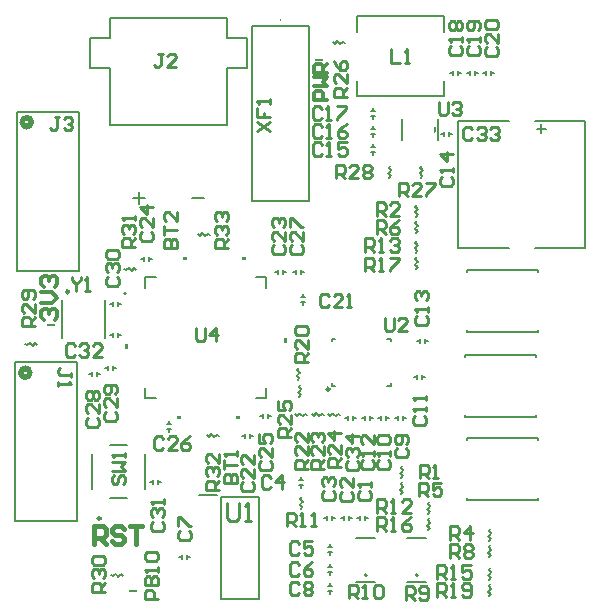
<source format=gto>
G04*
G04 #@! TF.GenerationSoftware,Altium Limited,Altium Designer,25.5.2 (35)*
G04*
G04 Layer_Color=65535*
%FSLAX25Y25*%
%MOIN*%
G70*
G04*
G04 #@! TF.SameCoordinates,081B27B9-CED8-412B-AE00-E460060AFC18*
G04*
G04*
G04 #@! TF.FilePolarity,Positive*
G04*
G01*
G75*
%ADD10C,0.00787*%
%ADD11C,0.00600*%
%ADD12C,0.00394*%
%ADD13C,0.00984*%
%ADD14C,0.02000*%
%ADD15C,0.00630*%
%ADD16C,0.00500*%
%ADD17C,0.00591*%
%ADD18C,0.00900*%
%ADD19C,0.01500*%
%ADD20C,0.01000*%
%ADD21C,0.01100*%
%ADD22C,0.01200*%
%ADD23R,0.03150X0.00591*%
G36*
X159529Y163685D02*
X158029D01*
Y162685D01*
X159529D01*
Y163685D01*
D02*
G37*
G36*
X141650Y187470D02*
X140650D01*
Y185970D01*
X141650D01*
Y187470D01*
D02*
G37*
G36*
X161498Y215661D02*
X159998D01*
Y216661D01*
X161498D01*
Y215661D01*
D02*
G37*
G36*
X179215Y163685D02*
X177715D01*
Y162685D01*
X179215D01*
Y163685D01*
D02*
G37*
G36*
X193626Y189439D02*
X194626D01*
Y187939D01*
X193626D01*
Y189439D01*
D02*
G37*
G36*
X181183Y215661D02*
X179683D01*
Y216661D01*
X181183D01*
Y215661D01*
D02*
G37*
D10*
X238394Y110500D02*
G03*
X238394Y110500I-394J0D01*
G01*
X221394D02*
G03*
X221394Y110500I-394J0D01*
G01*
X183051Y293598D02*
X201949D01*
X183051Y235331D02*
Y293598D01*
Y235331D02*
X201949D01*
Y293598D01*
X217933Y291669D02*
Y296886D01*
Y270114D02*
Y275331D01*
Y270114D02*
X247067D01*
Y291669D02*
Y296886D01*
Y270114D02*
Y275331D01*
X217933Y296886D02*
X247067D01*
X135646Y136142D02*
X141354D01*
X147358Y139193D02*
Y150807D01*
X135646Y153858D02*
X141354D01*
X129642Y139193D02*
Y150807D01*
X119815Y189701D02*
Y202299D01*
X134185Y189701D02*
Y202299D01*
X165417Y137157D02*
X171323D01*
X172701Y102472D02*
Y136528D01*
Y102472D02*
X185299D01*
Y136528D01*
X172701D02*
X185299D01*
D11*
X140966Y204437D02*
G03*
X140966Y204437I-300J0D01*
G01*
X244035Y259714D02*
G03*
X244035Y258286I965J-714D01*
G01*
X147438Y169473D02*
X150967D01*
X187838D02*
Y173002D01*
X184309Y209873D02*
X187838D01*
X147438Y206344D02*
Y209873D01*
Y169473D02*
Y173002D01*
X184309Y169473D02*
X187838D01*
Y206344D02*
Y209873D01*
X147438D02*
X150967D01*
X278000Y259300D02*
X281000D01*
X279500Y257800D02*
Y260800D01*
X251850Y219700D02*
Y262000D01*
Y219700D02*
X268740D01*
X294150D02*
Y262000D01*
X277260D02*
X294150D01*
X251850D02*
X268740D01*
X277260Y219700D02*
X294150D01*
X278400Y211710D02*
Y212350D01*
X254600Y191650D02*
Y192290D01*
Y211710D02*
Y212350D01*
X278400D01*
Y191650D02*
Y192290D01*
X254600Y191650D02*
X278400D01*
X104150Y128500D02*
Y181500D01*
Y128500D02*
X124850D01*
Y181500D01*
X104150D02*
X124850D01*
X245000Y255550D02*
Y262450D01*
X233000Y255550D02*
Y262450D01*
X277900Y183210D02*
Y183850D01*
X254100Y163150D02*
Y163790D01*
Y183210D02*
Y183850D01*
X277900D01*
Y163150D02*
Y163790D01*
X254100Y163150D02*
X277900D01*
X104650Y212000D02*
Y265000D01*
Y212000D02*
X125350D01*
Y265000D01*
X104650D02*
X125350D01*
X278400Y155710D02*
Y156350D01*
X254600Y135650D02*
Y136290D01*
Y155710D02*
Y156350D01*
X278400D01*
Y135650D02*
Y136290D01*
X254600Y135650D02*
X278400D01*
D12*
X192500Y295764D02*
G03*
X192500Y295370I0J-197D01*
G01*
D02*
G03*
X192500Y295764I0J197D01*
G01*
D13*
X132693Y129449D02*
G03*
X132693Y129449I-492J0D01*
G01*
X208992Y172500D02*
G03*
X208992Y172500I-492J0D01*
G01*
X121992Y205000D02*
G03*
X121992Y205000I-492J0D01*
G01*
D14*
X109000Y178000D02*
G03*
X109000Y178000I-1500J0D01*
G01*
X109500Y261500D02*
G03*
X109500Y261500I-1500J0D01*
G01*
D15*
X215213Y162409D02*
Y163000D01*
X216787Y162409D02*
Y163000D01*
Y163591D01*
X215213Y163000D02*
Y163591D01*
X216787Y163000D02*
X217800D01*
X214200D02*
X215213D01*
X246200Y257500D02*
X247213D01*
X248787D02*
X249800D01*
X247213D02*
Y258090D01*
X248787Y257500D02*
Y258090D01*
Y256909D02*
Y257500D01*
X247213Y256909D02*
Y257500D01*
X230700Y163000D02*
X231713D01*
X233287D02*
X234300D01*
X231713D02*
Y163591D01*
X233287Y163000D02*
Y163591D01*
Y162409D02*
Y163000D01*
X231713Y162409D02*
Y163000D01*
X232600Y140900D02*
X233150Y141450D01*
X232600Y140900D02*
X233500Y140000D01*
X233000Y139500D02*
X233500Y140000D01*
X232850Y137550D02*
X233400Y138100D01*
X232500Y139000D02*
X233400Y138100D01*
X232500Y139000D02*
X233000Y139500D01*
X237494Y233400D02*
X238044Y233950D01*
X237494Y233400D02*
X238394Y232500D01*
X237894Y232000D02*
X238394Y232500D01*
X237744Y230050D02*
X238294Y230600D01*
X237394Y231500D02*
X238294Y230600D01*
X237394Y231500D02*
X237894Y232000D01*
X237744Y224550D02*
X238294Y225100D01*
X237394Y226000D02*
X238294Y225100D01*
X237394Y226000D02*
X237894Y226500D01*
X237494Y227900D02*
X238044Y228450D01*
X237494Y227900D02*
X238394Y227000D01*
X237894Y226500D02*
X238394Y227000D01*
X237387Y221400D02*
X237937Y221950D01*
X237387Y221400D02*
X238287Y220500D01*
X237787Y220000D02*
X238287Y220500D01*
X237637Y218050D02*
X238187Y218600D01*
X237287Y219500D02*
X238187Y218600D01*
X237287Y219500D02*
X237787Y220000D01*
X237744Y212550D02*
X238294Y213100D01*
X237394Y214000D02*
X238294Y213100D01*
X237394Y214000D02*
X237894Y214500D01*
X237494Y215900D02*
X238044Y216450D01*
X237494Y215900D02*
X238394Y215000D01*
X237894Y214500D02*
X238394Y215000D01*
X262244Y103550D02*
X262794Y104100D01*
X261894Y105000D02*
X262794Y104100D01*
X261894Y105000D02*
X262394Y105500D01*
X261994Y106900D02*
X262544Y107450D01*
X261994Y106900D02*
X262894Y106000D01*
X262394Y105500D02*
X262894Y106000D01*
X261994Y112400D02*
X262544Y112950D01*
X261994Y112400D02*
X262894Y111500D01*
X262394Y111000D02*
X262894Y111500D01*
X262244Y109050D02*
X262794Y109600D01*
X261894Y110500D02*
X262794Y109600D01*
X261894Y110500D02*
X262394Y111000D01*
X262244Y116550D02*
X262794Y117100D01*
X261894Y118000D02*
X262794Y117100D01*
X261894Y118000D02*
X262394Y118500D01*
X261994Y119900D02*
X262544Y120450D01*
X261994Y119900D02*
X262894Y119000D01*
X262394Y118500D02*
X262894Y119000D01*
X261994Y125400D02*
X262544Y125950D01*
X261994Y125400D02*
X262894Y124500D01*
X262394Y124000D02*
X262894Y124500D01*
X262244Y122050D02*
X262794Y122600D01*
X261894Y123500D02*
X262794Y122600D01*
X261894Y123500D02*
X262394Y124000D01*
X200900Y164400D02*
X201450Y163850D01*
X200000Y163500D02*
X200900Y164400D01*
X199500Y164000D02*
X200000Y163500D01*
X197550Y164150D02*
X198100Y163600D01*
X199000Y164500D01*
X199500Y164000D01*
X203050Y164150D02*
X203600Y163600D01*
X204500Y164500D01*
X205000Y164000D01*
X206400Y164400D02*
X206950Y163850D01*
X205500Y163500D02*
X206400Y164400D01*
X205000Y164000D02*
X205500Y163500D01*
X211900Y164400D02*
X212450Y163850D01*
X211000Y163500D02*
X211900Y164400D01*
X210500Y164000D02*
X211000Y163500D01*
X208550Y164150D02*
X209100Y163600D01*
X210000Y164500D01*
X210500Y164000D01*
X222287Y163000D02*
Y163591D01*
X220713Y163000D02*
Y163591D01*
Y162409D02*
Y163000D01*
X222287Y162409D02*
Y163000D01*
X219700D02*
X220713D01*
X222287D02*
X223300D01*
X227787D02*
Y163591D01*
X226213Y163000D02*
Y163591D01*
Y162409D02*
Y163000D01*
X227787Y162409D02*
Y163000D01*
X225200D02*
X226213D01*
X227787D02*
X228800D01*
X198909Y142287D02*
X199500D01*
X198909Y140713D02*
X199500D01*
X200091D01*
X199500Y142287D02*
X200091D01*
X199500Y139700D02*
Y140713D01*
Y142287D02*
Y143300D01*
X199100Y135900D02*
X199650Y136450D01*
X199100Y135900D02*
X200000Y135000D01*
X199500Y134500D02*
X200000Y135000D01*
X199350Y132550D02*
X199900Y133100D01*
X199000Y134000D02*
X199900Y133100D01*
X199000Y134000D02*
X199500Y134500D01*
X241850Y125550D02*
X242400Y126100D01*
X241500Y127000D02*
X242400Y126100D01*
X241500Y127000D02*
X242000Y127500D01*
X241600Y128900D02*
X242150Y129450D01*
X241600Y128900D02*
X242500Y128000D01*
X242000Y127500D02*
X242500Y128000D01*
X208410Y113287D02*
X209000D01*
X208410Y111713D02*
X209000D01*
X209591D01*
X209000Y113287D02*
X209591D01*
X209000Y110700D02*
Y111713D01*
Y113287D02*
Y114300D01*
X208410Y119787D02*
X209000D01*
X208410Y118213D02*
X209000D01*
X209591D01*
X209000Y119787D02*
X209591D01*
X209000Y117200D02*
Y118213D01*
Y119787D02*
Y120800D01*
X219213Y128909D02*
Y129500D01*
X220787Y128909D02*
Y129500D01*
Y130091D01*
X219213Y129500D02*
Y130091D01*
X220787Y129500D02*
X221800D01*
X218200D02*
X219213D01*
X213713Y128909D02*
Y129500D01*
X215287Y128909D02*
Y129500D01*
Y130091D01*
X213713Y129500D02*
Y130091D01*
X215287Y129500D02*
X216300D01*
X212700D02*
X213713D01*
X208213Y128909D02*
Y129500D01*
X209787Y128909D02*
Y129500D01*
Y130091D01*
X208213Y129500D02*
Y130091D01*
X209787Y129500D02*
X210800D01*
X207200D02*
X208213D01*
X159713Y116016D02*
Y116606D01*
X161287Y116016D02*
Y116606D01*
Y117197D01*
X159713Y116606D02*
Y117197D01*
X161287Y116606D02*
X162300D01*
X158700D02*
X159713D01*
X241600Y134400D02*
X242150Y134950D01*
X241600Y134400D02*
X242500Y133500D01*
X242000Y133000D02*
X242500Y133500D01*
X241850Y131050D02*
X242400Y131600D01*
X241500Y132500D02*
X242400Y131600D01*
X241500Y132500D02*
X242000Y133000D01*
X232850Y143050D02*
X233400Y143600D01*
X232500Y144500D02*
X233400Y143600D01*
X232500Y144500D02*
X233000Y145000D01*
X232600Y146400D02*
X233150Y146950D01*
X232600Y146400D02*
X233500Y145500D01*
X233000Y145000D02*
X233500Y145500D01*
X208410Y106787D02*
X209000D01*
X208410Y105213D02*
X209000D01*
X209591D01*
X209000Y106787D02*
X209591D01*
X209000Y104200D02*
Y105213D01*
Y106787D02*
Y107800D01*
X165050Y224150D02*
X165600Y223600D01*
X166500Y224500D01*
X167000Y224000D01*
X168400Y224400D02*
X168950Y223850D01*
X167500Y223500D02*
X168400Y224400D01*
X167000Y224000D02*
X167500Y223500D01*
X171400Y157400D02*
X171950Y156850D01*
X170500Y156500D02*
X171400Y157400D01*
X170000Y157000D02*
X170500Y156500D01*
X168050Y157150D02*
X168600Y156600D01*
X169500Y157500D01*
X170000Y157000D01*
X150213Y140909D02*
Y141500D01*
X151787Y140909D02*
Y141500D01*
Y142091D01*
X150213Y141500D02*
Y142091D01*
X151787Y141500D02*
X152800D01*
X149200D02*
X150213D01*
X143900Y212900D02*
X144450Y212350D01*
X143000Y212000D02*
X143900Y212900D01*
X142500Y212500D02*
X143000Y212000D01*
X140550Y212650D02*
X141100Y212100D01*
X142000Y213000D01*
X142500Y212500D01*
X136050Y110650D02*
X136600Y110100D01*
X137500Y111000D01*
X138000Y110500D01*
X139400Y110900D02*
X139950Y110350D01*
X138500Y110000D02*
X139400Y110900D01*
X138000Y110500D02*
X138500Y110000D01*
X110900Y187900D02*
X111450Y187350D01*
X110000Y187000D02*
X110900Y187900D01*
X109500Y187500D02*
X110000Y187000D01*
X107550Y187650D02*
X108100Y187100D01*
X109000Y188000D01*
X109500Y187500D01*
X198850Y170050D02*
X199400Y170600D01*
X198500Y171500D02*
X199400Y170600D01*
X198500Y171500D02*
X199000Y172000D01*
X198600Y173400D02*
X199150Y173950D01*
X198600Y173400D02*
X199500Y172500D01*
X199000Y172000D02*
X199500Y172500D01*
X198350Y175550D02*
X198900Y176100D01*
X198000Y177000D02*
X198900Y176100D01*
X198000Y177000D02*
X198500Y177500D01*
X198100Y178900D02*
X198650Y179450D01*
X198100Y178900D02*
X199000Y178000D01*
X198500Y177500D02*
X199000Y178000D01*
X239213Y187909D02*
Y188500D01*
X240787Y187909D02*
Y188500D01*
Y189091D01*
X239213Y188500D02*
Y189091D01*
X240787Y188500D02*
X241800D01*
X238200D02*
X239213D01*
X238213Y175909D02*
Y176500D01*
X239787Y175909D02*
Y176500D01*
Y177091D01*
X238213Y176500D02*
Y177091D01*
X239787Y176500D02*
X240800D01*
X237200D02*
X238213D01*
X131287Y177500D02*
Y178091D01*
X129713Y177500D02*
Y178091D01*
Y176909D02*
Y177500D01*
X131287Y176909D02*
Y177500D01*
X128700D02*
X129713D01*
X131287D02*
X132300D01*
X136787Y179500D02*
Y180091D01*
X135213Y179500D02*
Y180091D01*
Y178909D02*
Y179500D01*
X136787Y178909D02*
Y179500D01*
X134200D02*
X135213D01*
X136787D02*
X137800D01*
X154909Y160787D02*
X155500D01*
X154909Y159213D02*
X155500D01*
X156091D01*
X155500Y160787D02*
X156091D01*
X155500Y158200D02*
Y159213D01*
Y160787D02*
Y161800D01*
X148787Y216000D02*
Y216590D01*
X147213Y216000D02*
Y216590D01*
Y215409D02*
Y216000D01*
X148787Y215409D02*
Y216000D01*
X146200D02*
X147213D01*
X148787D02*
X149800D01*
X138287Y190500D02*
Y191091D01*
X136713Y190500D02*
Y191091D01*
Y189909D02*
Y190500D01*
X138287Y189909D02*
Y190500D01*
X135700D02*
X136713D01*
X138287D02*
X139300D01*
X136713Y200409D02*
Y201000D01*
X138287Y200409D02*
Y201000D01*
Y201591D01*
X136713Y201000D02*
Y201591D01*
X138287Y201000D02*
X139300D01*
X135700D02*
X136713D01*
X200000Y201713D02*
X200591D01*
X200000Y203287D02*
X200591D01*
X199409D02*
X200000D01*
X199409Y201713D02*
X200000D01*
Y203287D02*
Y204300D01*
Y200700D02*
Y201713D01*
X199287Y211500D02*
Y212090D01*
X197713Y211500D02*
Y212090D01*
Y210910D02*
Y211500D01*
X199287Y210910D02*
Y211500D01*
X196700D02*
X197713D01*
X199287D02*
X200300D01*
X186713Y162909D02*
Y163500D01*
X188287Y162909D02*
Y163500D01*
Y164091D01*
X186713Y163500D02*
Y164091D01*
X188287Y163500D02*
X189300D01*
X185700D02*
X186713D01*
X180713Y156409D02*
Y157000D01*
X182287Y156409D02*
Y157000D01*
Y157591D01*
X180713Y157000D02*
Y157591D01*
X182287Y157000D02*
X183300D01*
X179700D02*
X180713D01*
X193287Y211500D02*
Y212090D01*
X191713Y211500D02*
Y212090D01*
Y210910D02*
Y211500D01*
X193287Y210910D02*
Y211500D01*
X190700D02*
X191713D01*
X193287D02*
X194300D01*
X261213Y277410D02*
Y278000D01*
X262787Y277410D02*
Y278000D01*
Y278590D01*
X261213Y278000D02*
Y278590D01*
X262787Y278000D02*
X263800D01*
X260200D02*
X261213D01*
X255713Y277410D02*
Y278000D01*
X257287Y277410D02*
Y278000D01*
Y278590D01*
X255713Y278000D02*
Y278590D01*
X257287Y278000D02*
X258300D01*
X254700D02*
X255713D01*
X250213Y277410D02*
Y278000D01*
X251787Y277410D02*
Y278000D01*
Y278590D01*
X250213Y278000D02*
Y278590D01*
X251787Y278000D02*
X252800D01*
X249200D02*
X250213D01*
X239350Y243050D02*
X239900Y243600D01*
X239000Y244500D02*
X239900Y243600D01*
X239000Y244500D02*
X239500Y245000D01*
X239100Y246400D02*
X239650Y246950D01*
X239100Y246400D02*
X240000Y245500D01*
X239500Y245000D02*
X240000Y245500D01*
X228850Y243050D02*
X229400Y243600D01*
X228500Y244500D02*
X229400Y243600D01*
X228500Y244500D02*
X229000Y245000D01*
X228600Y246400D02*
X229150Y246950D01*
X228600Y246400D02*
X229500Y245500D01*
X229000Y245000D02*
X229500Y245500D01*
X222909Y265287D02*
X223500D01*
X222909Y263713D02*
X223500D01*
X224091D01*
X223500Y265287D02*
X224091D01*
X223500Y262700D02*
Y263713D01*
Y265287D02*
Y266300D01*
X222909Y259287D02*
X223500D01*
X222909Y257713D02*
X223500D01*
X224091D01*
X223500Y259287D02*
X224091D01*
X223500Y256700D02*
Y257713D01*
Y259287D02*
Y260300D01*
X222909Y253287D02*
X223500D01*
X222909Y251713D02*
X223500D01*
X224091D01*
X223500Y253287D02*
X224091D01*
X223500Y250700D02*
Y251713D01*
Y253287D02*
Y254300D01*
X210050Y288150D02*
X210600Y287600D01*
X211500Y288500D01*
X212000Y288000D01*
X213400Y288400D02*
X213950Y287850D01*
X212500Y287500D02*
X213400Y288400D01*
X212000Y288000D02*
X212500Y287500D01*
D16*
X143342Y236272D02*
X147280D01*
X145311Y234303D02*
Y238240D01*
X163028Y236272D02*
X166965D01*
X135665Y260681D02*
X174642D01*
X135665D02*
Y279579D01*
X128972D02*
X135665D01*
X128972D02*
Y289421D01*
X135665D01*
Y296114D01*
X174642D01*
Y289421D02*
Y296114D01*
Y289421D02*
X181335D01*
Y279579D02*
Y289421D01*
X174642Y279579D02*
X181335D01*
X174642Y260681D02*
Y279579D01*
X234850Y122819D02*
X241150D01*
X234850Y108181D02*
X241150D01*
X217850D02*
X224150D01*
X217850Y122819D02*
X224150D01*
D17*
X229343Y188587D02*
Y189374D01*
X228161D02*
X229343D01*
X209658Y188587D02*
Y189374D01*
X210839D01*
X229343Y173626D02*
Y174413D01*
X228161Y173626D02*
X229343D01*
X209658D02*
Y174413D01*
Y173626D02*
X210839D01*
D18*
X215001Y148501D02*
X214251Y147751D01*
Y146252D01*
X215001Y145502D01*
X218000D01*
X218749Y146252D01*
Y147751D01*
X218000Y148501D01*
X215001Y150001D02*
X214251Y150750D01*
Y152250D01*
X215001Y152999D01*
X215750D01*
X216500Y152250D01*
Y151500D01*
Y152250D01*
X217250Y152999D01*
X218000D01*
X218749Y152250D01*
Y150750D01*
X218000Y150001D01*
X218749Y156748D02*
X214251D01*
X216500Y154499D01*
Y157498D01*
X215377Y102751D02*
Y107249D01*
X217626D01*
X218376Y106500D01*
Y105000D01*
X217626Y104250D01*
X215377D01*
X216876D02*
X218376Y102751D01*
X219875D02*
X221375D01*
X220625D01*
Y107249D01*
X219875Y106500D01*
X223624D02*
X224374Y107249D01*
X225873D01*
X226623Y106500D01*
Y103500D01*
X225873Y102751D01*
X224374D01*
X223624Y103500D01*
Y106500D01*
X234251Y102251D02*
Y106749D01*
X236501D01*
X237250Y106000D01*
Y104500D01*
X236501Y103750D01*
X234251D01*
X235751D02*
X237250Y102251D01*
X238750Y103000D02*
X239499Y102251D01*
X240999D01*
X241749Y103000D01*
Y106000D01*
X240999Y106749D01*
X239499D01*
X238750Y106000D01*
Y105250D01*
X239499Y104500D01*
X241749D01*
X256501Y259200D02*
X255751Y259949D01*
X254252D01*
X253502Y259200D01*
Y256201D01*
X254252Y255451D01*
X255751D01*
X256501Y256201D01*
X258000Y259200D02*
X258750Y259949D01*
X260250D01*
X260999Y259200D01*
Y258450D01*
X260250Y257700D01*
X259500D01*
X260250D01*
X260999Y256950D01*
Y256201D01*
X260250Y255451D01*
X258750D01*
X258000Y256201D01*
X262499Y259200D02*
X263249Y259949D01*
X264748D01*
X265498Y259200D01*
Y258450D01*
X264748Y257700D01*
X263999D01*
X264748D01*
X265498Y256950D01*
Y256201D01*
X264748Y255451D01*
X263249D01*
X262499Y256201D01*
X153751Y219502D02*
X158249D01*
Y221751D01*
X157500Y222501D01*
X156750D01*
X156000Y221751D01*
Y219502D01*
Y221751D01*
X155250Y222501D01*
X154500D01*
X153751Y221751D01*
Y219502D01*
Y224001D02*
Y226999D01*
Y225500D01*
X158249D01*
Y231498D02*
Y228499D01*
X155250Y231498D01*
X154500D01*
X153751Y230748D01*
Y229249D01*
X154500Y228499D01*
X173751Y141252D02*
X178249D01*
Y143501D01*
X177499Y144251D01*
X176750D01*
X176000Y143501D01*
Y141252D01*
Y143501D01*
X175250Y144251D01*
X174501D01*
X173751Y143501D01*
Y141252D01*
Y145750D02*
Y148749D01*
Y147250D01*
X178249D01*
Y150249D02*
Y151748D01*
Y150999D01*
X173751D01*
X174501Y150249D01*
X123001Y209749D02*
Y208999D01*
X124501Y207500D01*
X126000Y208999D01*
Y209749D01*
X124501Y207500D02*
Y205251D01*
X127499D02*
X128999D01*
X128249D01*
Y209749D01*
X127499Y208999D01*
X184751Y258681D02*
X189249Y261680D01*
X184751D02*
X189249Y258681D01*
X184751Y266178D02*
Y263179D01*
X187000D01*
Y264679D01*
Y263179D01*
X189249D01*
Y267678D02*
Y269177D01*
Y268428D01*
X184751D01*
X185501Y267678D01*
X164389Y192922D02*
Y189174D01*
X165139Y188424D01*
X166638D01*
X167388Y189174D01*
Y192922D01*
X171137Y188424D02*
Y192922D01*
X168888Y190673D01*
X171887D01*
X245251Y268249D02*
Y264500D01*
X246001Y263751D01*
X247500D01*
X248250Y264500D01*
Y268249D01*
X249750Y267499D02*
X250500Y268249D01*
X251999D01*
X252749Y267499D01*
Y266750D01*
X251999Y266000D01*
X251249D01*
X251999D01*
X252749Y265250D01*
Y264500D01*
X251999Y263751D01*
X250500D01*
X249750Y264500D01*
X227251Y196249D02*
Y192500D01*
X228001Y191751D01*
X229501D01*
X230250Y192500D01*
Y196249D01*
X234749Y191751D02*
X231750D01*
X234749Y194750D01*
Y195500D01*
X233999Y196249D01*
X232500D01*
X231750Y195500D01*
X137001Y143751D02*
X136251Y143001D01*
Y141501D01*
X137001Y140752D01*
X137750D01*
X138500Y141501D01*
Y143001D01*
X139250Y143751D01*
X139999D01*
X140749Y143001D01*
Y141501D01*
X139999Y140752D01*
X136251Y145250D02*
X140749D01*
X139250Y146750D01*
X140749Y148249D01*
X136251D01*
X140749Y149749D02*
Y151248D01*
Y150499D01*
X136251D01*
X137001Y149749D01*
X175249Y219502D02*
X170751D01*
Y221751D01*
X171501Y222501D01*
X173000D01*
X173750Y221751D01*
Y219502D01*
Y221002D02*
X175249Y222501D01*
X171501Y224001D02*
X170751Y224750D01*
Y226250D01*
X171501Y226999D01*
X172250D01*
X173000Y226250D01*
Y225500D01*
Y226250D01*
X173750Y226999D01*
X174499D01*
X175249Y226250D01*
Y224750D01*
X174499Y224001D01*
X171501Y228499D02*
X170751Y229249D01*
Y230748D01*
X171501Y231498D01*
X172250D01*
X173000Y230748D01*
Y229999D01*
Y230748D01*
X173750Y231498D01*
X174499D01*
X175249Y230748D01*
Y229249D01*
X174499Y228499D01*
X172249Y139002D02*
X167751D01*
Y141251D01*
X168500Y142001D01*
X170000D01*
X170750Y141251D01*
Y139002D01*
Y140501D02*
X172249Y142001D01*
X168500Y143500D02*
X167751Y144250D01*
Y145750D01*
X168500Y146500D01*
X169250D01*
X170000Y145750D01*
Y145000D01*
Y145750D01*
X170750Y146500D01*
X171500D01*
X172249Y145750D01*
Y144250D01*
X171500Y143500D01*
X172249Y150998D02*
Y147999D01*
X169250Y150998D01*
X168500D01*
X167751Y150248D01*
Y148749D01*
X168500Y147999D01*
X144249Y219752D02*
X139751D01*
Y222001D01*
X140500Y222751D01*
X142000D01*
X142750Y222001D01*
Y219752D01*
Y221251D02*
X144249Y222751D01*
X140500Y224250D02*
X139751Y225000D01*
Y226500D01*
X140500Y227249D01*
X141250D01*
X142000Y226500D01*
Y225750D01*
Y226500D01*
X142750Y227249D01*
X143500D01*
X144249Y226500D01*
Y225000D01*
X143500Y224250D01*
X144249Y228749D02*
Y230248D01*
Y229499D01*
X139751D01*
X140500Y228749D01*
X134249Y105002D02*
X129751D01*
Y107251D01*
X130500Y108001D01*
X132000D01*
X132750Y107251D01*
Y105002D01*
Y106501D02*
X134249Y108001D01*
X130500Y109501D02*
X129751Y110250D01*
Y111750D01*
X130500Y112499D01*
X131250D01*
X132000Y111750D01*
Y111000D01*
Y111750D01*
X132750Y112499D01*
X133500D01*
X134249Y111750D01*
Y110250D01*
X133500Y109501D01*
X130500Y113999D02*
X129751Y114749D01*
Y116248D01*
X130500Y116998D01*
X133500D01*
X134249Y116248D01*
Y114749D01*
X133500Y113999D01*
X130500D01*
X110749Y193502D02*
X106251D01*
Y195751D01*
X107001Y196501D01*
X108500D01*
X109250Y195751D01*
Y193502D01*
Y195001D02*
X110749Y196501D01*
Y200999D02*
Y198001D01*
X107750Y200999D01*
X107001D01*
X106251Y200250D01*
Y198750D01*
X107001Y198001D01*
X110000Y202499D02*
X110749Y203249D01*
Y204748D01*
X110000Y205498D01*
X107001D01*
X106251Y204748D01*
Y203249D01*
X107001Y202499D01*
X107750D01*
X108500Y203249D01*
Y205498D01*
X211002Y242751D02*
Y247249D01*
X213251D01*
X214001Y246499D01*
Y245000D01*
X213251Y244250D01*
X211002D01*
X212502D02*
X214001Y242751D01*
X218499D02*
X215500D01*
X218499Y245750D01*
Y246499D01*
X217750Y247249D01*
X216250D01*
X215500Y246499D01*
X219999D02*
X220749Y247249D01*
X222248D01*
X222998Y246499D01*
Y245750D01*
X222248Y245000D01*
X222998Y244250D01*
Y243500D01*
X222248Y242751D01*
X220749D01*
X219999Y243500D01*
Y244250D01*
X220749Y245000D01*
X219999Y245750D01*
Y246499D01*
X220749Y245000D02*
X222248D01*
X232002Y236751D02*
Y241249D01*
X234251D01*
X235001Y240499D01*
Y239000D01*
X234251Y238250D01*
X232002D01*
X233502D02*
X235001Y236751D01*
X239499D02*
X236501D01*
X239499Y239750D01*
Y240499D01*
X238750Y241249D01*
X237250D01*
X236501Y240499D01*
X240999Y241249D02*
X243998D01*
Y240499D01*
X240999Y237501D01*
Y236751D01*
X214749Y270002D02*
X210251D01*
Y272251D01*
X211000Y273001D01*
X212500D01*
X213250Y272251D01*
Y270002D01*
Y271501D02*
X214749Y273001D01*
Y277500D02*
Y274500D01*
X211750Y277500D01*
X211000D01*
X210251Y276750D01*
Y275250D01*
X211000Y274500D01*
X210251Y281998D02*
X211000Y280499D01*
X212500Y278999D01*
X214000D01*
X214749Y279749D01*
Y281248D01*
X214000Y281998D01*
X213250D01*
X212500Y281248D01*
Y278999D01*
X196249Y156502D02*
X191751D01*
Y158751D01*
X192500Y159501D01*
X194000D01*
X194750Y158751D01*
Y156502D01*
Y158001D02*
X196249Y159501D01*
Y163999D02*
Y161001D01*
X193250Y163999D01*
X192500D01*
X191751Y163250D01*
Y161750D01*
X192500Y161001D01*
X191751Y168498D02*
Y165499D01*
X194000D01*
X193250Y166999D01*
Y167748D01*
X194000Y168498D01*
X195500D01*
X196249Y167748D01*
Y166249D01*
X195500Y165499D01*
X212749Y146502D02*
X208251D01*
Y148751D01*
X209000Y149501D01*
X210500D01*
X211250Y148751D01*
Y146502D01*
Y148002D02*
X212749Y149501D01*
Y153999D02*
Y151000D01*
X209750Y153999D01*
X209000D01*
X208251Y153250D01*
Y151750D01*
X209000Y151000D01*
X212749Y157748D02*
X208251D01*
X210500Y155499D01*
Y158498D01*
X207249Y146002D02*
X202751D01*
Y148251D01*
X203501Y149001D01*
X205000D01*
X205750Y148251D01*
Y146002D01*
Y147502D02*
X207249Y149001D01*
Y153499D02*
Y150501D01*
X204250Y153499D01*
X203501D01*
X202751Y152750D01*
Y151250D01*
X203501Y150501D01*
Y154999D02*
X202751Y155749D01*
Y157248D01*
X203501Y157998D01*
X204250D01*
X205000Y157248D01*
Y156499D01*
Y157248D01*
X205750Y157998D01*
X206500D01*
X207249Y157248D01*
Y155749D01*
X206500Y154999D01*
X201749Y146002D02*
X197251D01*
Y148251D01*
X198001Y149001D01*
X199500D01*
X200250Y148251D01*
Y146002D01*
Y147502D02*
X201749Y149001D01*
Y153499D02*
Y150501D01*
X198750Y153499D01*
X198001D01*
X197251Y152750D01*
Y151250D01*
X198001Y150501D01*
X201749Y157998D02*
Y154999D01*
X198750Y157998D01*
X198001D01*
X197251Y157248D01*
Y155749D01*
X198001Y154999D01*
X201749Y181502D02*
X197251D01*
Y183751D01*
X198001Y184501D01*
X199500D01*
X200250Y183751D01*
Y181502D01*
Y183001D02*
X201749Y184501D01*
Y188999D02*
Y186001D01*
X198750Y188999D01*
X198001D01*
X197251Y188250D01*
Y186750D01*
X198001Y186001D01*
Y190499D02*
X197251Y191249D01*
Y192748D01*
X198001Y193498D01*
X200999D01*
X201749Y192748D01*
Y191249D01*
X200999Y190499D01*
X198001D01*
X244771Y103251D02*
Y107749D01*
X247020D01*
X247769Y107000D01*
Y105500D01*
X247020Y104750D01*
X244771D01*
X246270D02*
X247769Y103251D01*
X249269D02*
X250769D01*
X250019D01*
Y107749D01*
X249269Y107000D01*
X253018Y104000D02*
X253768Y103251D01*
X255267D01*
X256017Y104000D01*
Y107000D01*
X255267Y107749D01*
X253768D01*
X253018Y107000D01*
Y106250D01*
X253768Y105500D01*
X256017D01*
X220771Y211751D02*
Y216249D01*
X223020D01*
X223769Y215499D01*
Y214000D01*
X223020Y213250D01*
X220771D01*
X222270D02*
X223769Y211751D01*
X225269D02*
X226769D01*
X226019D01*
Y216249D01*
X225269Y215499D01*
X229018Y216249D02*
X232017D01*
Y215499D01*
X229018Y212501D01*
Y211751D01*
X224877Y125251D02*
Y129749D01*
X227126D01*
X227876Y128999D01*
Y127500D01*
X227126Y126750D01*
X224877D01*
X226376D02*
X227876Y125251D01*
X229375D02*
X230875D01*
X230125D01*
Y129749D01*
X229375Y128999D01*
X236123Y129749D02*
X234624Y128999D01*
X233124Y127500D01*
Y126000D01*
X233874Y125251D01*
X235373D01*
X236123Y126000D01*
Y126750D01*
X235373Y127500D01*
X233124D01*
X244771Y109251D02*
Y113749D01*
X247020D01*
X247769Y112999D01*
Y111500D01*
X247020Y110750D01*
X244771D01*
X246270D02*
X247769Y109251D01*
X249269D02*
X250769D01*
X250019D01*
Y113749D01*
X249269Y112999D01*
X256017Y113749D02*
X253018D01*
Y111500D01*
X254517Y112250D01*
X255267D01*
X256017Y111500D01*
Y110001D01*
X255267Y109251D01*
X253768D01*
X253018Y110001D01*
X220771Y218251D02*
Y222749D01*
X223020D01*
X223769Y222000D01*
Y220500D01*
X223020Y219750D01*
X220771D01*
X222270D02*
X223769Y218251D01*
X225269D02*
X226769D01*
X226019D01*
Y222749D01*
X225269Y222000D01*
X229018D02*
X229768Y222749D01*
X231267D01*
X232017Y222000D01*
Y221250D01*
X231267Y220500D01*
X230517D01*
X231267D01*
X232017Y219750D01*
Y219001D01*
X231267Y218251D01*
X229768D01*
X229018Y219001D01*
X224877Y131251D02*
Y135749D01*
X227126D01*
X227876Y135000D01*
Y133500D01*
X227126Y132750D01*
X224877D01*
X226376D02*
X227876Y131251D01*
X229375D02*
X230875D01*
X230125D01*
Y135749D01*
X229375Y135000D01*
X236123Y131251D02*
X233124D01*
X236123Y134250D01*
Y135000D01*
X235373Y135749D01*
X233874D01*
X233124Y135000D01*
X194627Y126751D02*
Y131249D01*
X196876D01*
X197626Y130499D01*
Y129000D01*
X196876Y128250D01*
X194627D01*
X196126D02*
X197626Y126751D01*
X199125D02*
X200625D01*
X199875D01*
Y131249D01*
X199125Y130499D01*
X202874Y126751D02*
X204373D01*
X203624D01*
Y131249D01*
X202874Y130499D01*
X249145Y116251D02*
Y120749D01*
X251394D01*
X252144Y120000D01*
Y118500D01*
X251394Y117750D01*
X249145D01*
X250644D02*
X252144Y116251D01*
X253643Y120000D02*
X254393Y120749D01*
X255893D01*
X256643Y120000D01*
Y119250D01*
X255893Y118500D01*
X256643Y117750D01*
Y117000D01*
X255893Y116251D01*
X254393D01*
X253643Y117000D01*
Y117750D01*
X254393Y118500D01*
X253643Y119250D01*
Y120000D01*
X254393Y118500D02*
X255893D01*
X224645Y224251D02*
Y228749D01*
X226894D01*
X227644Y227999D01*
Y226500D01*
X226894Y225750D01*
X224645D01*
X226144D02*
X227644Y224251D01*
X232142Y228749D02*
X230643Y227999D01*
X229144Y226500D01*
Y225001D01*
X229893Y224251D01*
X231393D01*
X232142Y225001D01*
Y225750D01*
X231393Y226500D01*
X229144D01*
X238751Y136751D02*
Y141249D01*
X241001D01*
X241750Y140499D01*
Y139000D01*
X241001Y138250D01*
X238751D01*
X240251D02*
X241750Y136751D01*
X246249Y141249D02*
X243250D01*
Y139000D01*
X244749Y139750D01*
X245499D01*
X246249Y139000D01*
Y137501D01*
X245499Y136751D01*
X244000D01*
X243250Y137501D01*
X249145Y122251D02*
Y126749D01*
X251394D01*
X252144Y125999D01*
Y124500D01*
X251394Y123750D01*
X249145D01*
X250644D02*
X252144Y122251D01*
X255893D02*
Y126749D01*
X253643Y124500D01*
X256643D01*
X224645Y230251D02*
Y234749D01*
X226894D01*
X227644Y233999D01*
Y232500D01*
X226894Y231750D01*
X224645D01*
X226144D02*
X227644Y230251D01*
X232142D02*
X229144D01*
X232142Y233250D01*
Y233999D01*
X231393Y234749D01*
X229893D01*
X229144Y233999D01*
X239001Y142751D02*
Y147249D01*
X241250D01*
X242000Y146500D01*
Y145000D01*
X241250Y144250D01*
X239001D01*
X240500D02*
X242000Y142751D01*
X243499D02*
X244999D01*
X244249D01*
Y147249D01*
X243499Y146500D01*
X229501Y285749D02*
Y281251D01*
X232500D01*
X233999D02*
X235499D01*
X234749D01*
Y285749D01*
X233999Y284999D01*
X118750Y263249D02*
X117251D01*
X118000D01*
Y259501D01*
X117251Y258751D01*
X116501D01*
X115751Y259501D01*
X120250Y262499D02*
X121000Y263249D01*
X122499D01*
X123249Y262499D01*
Y261750D01*
X122499Y261000D01*
X121749D01*
X122499D01*
X123249Y260250D01*
Y259501D01*
X122499Y258751D01*
X121000D01*
X120250Y259501D01*
X153404Y284249D02*
X151904D01*
X152654D01*
Y280501D01*
X151904Y279751D01*
X151154D01*
X150405Y280501D01*
X157902Y279751D02*
X154903D01*
X157902Y282750D01*
Y283500D01*
X157153Y284249D01*
X155653D01*
X154903Y283500D01*
X122749Y176500D02*
Y177999D01*
Y177250D01*
X119000D01*
X118251Y177999D01*
Y178749D01*
X119000Y179499D01*
X118251Y175001D02*
Y173501D01*
Y174251D01*
X122749D01*
X122000Y175001D01*
X124001Y186999D02*
X123251Y187749D01*
X121752D01*
X121002Y186999D01*
Y184001D01*
X121752Y183251D01*
X123251D01*
X124001Y184001D01*
X125501Y186999D02*
X126250Y187749D01*
X127750D01*
X128499Y186999D01*
Y186250D01*
X127750Y185500D01*
X127000D01*
X127750D01*
X128499Y184750D01*
Y184001D01*
X127750Y183251D01*
X126250D01*
X125501Y184001D01*
X132998Y183251D02*
X129999D01*
X132998Y186250D01*
Y186999D01*
X132248Y187749D01*
X130749D01*
X129999Y186999D01*
X150001Y128251D02*
X149251Y127501D01*
Y126002D01*
X150001Y125252D01*
X152999D01*
X153749Y126002D01*
Y127501D01*
X152999Y128251D01*
X150001Y129750D02*
X149251Y130500D01*
Y132000D01*
X150001Y132749D01*
X150750D01*
X151500Y132000D01*
Y131250D01*
Y132000D01*
X152250Y132749D01*
X152999D01*
X153749Y132000D01*
Y130500D01*
X152999Y129750D01*
X153749Y134249D02*
Y135748D01*
Y134999D01*
X149251D01*
X150001Y134249D01*
X135001Y210001D02*
X134251Y209251D01*
Y207752D01*
X135001Y207002D01*
X137999D01*
X138749Y207752D01*
Y209251D01*
X137999Y210001D01*
X135001Y211501D02*
X134251Y212250D01*
Y213750D01*
X135001Y214499D01*
X135750D01*
X136500Y213750D01*
Y213000D01*
Y213750D01*
X137250Y214499D01*
X137999D01*
X138749Y213750D01*
Y212250D01*
X137999Y211501D01*
X135001Y215999D02*
X134251Y216749D01*
Y218248D01*
X135001Y218998D01*
X137999D01*
X138749Y218248D01*
Y216749D01*
X137999Y215999D01*
X135001D01*
X134501Y165001D02*
X133751Y164251D01*
Y162752D01*
X134501Y162002D01*
X137499D01*
X138249Y162752D01*
Y164251D01*
X137499Y165001D01*
X138249Y169500D02*
Y166500D01*
X135250Y169500D01*
X134501D01*
X133751Y168750D01*
Y167250D01*
X134501Y166500D01*
X137499Y170999D02*
X138249Y171749D01*
Y173248D01*
X137499Y173998D01*
X134501D01*
X133751Y173248D01*
Y171749D01*
X134501Y170999D01*
X135250D01*
X136000Y171749D01*
Y173998D01*
X128500Y163001D02*
X127751Y162251D01*
Y160752D01*
X128500Y160002D01*
X131500D01*
X132249Y160752D01*
Y162251D01*
X131500Y163001D01*
X132249Y167499D02*
Y164500D01*
X129250Y167499D01*
X128500D01*
X127751Y166750D01*
Y165250D01*
X128500Y164500D01*
Y168999D02*
X127751Y169749D01*
Y171248D01*
X128500Y171998D01*
X129250D01*
X130000Y171248D01*
X130750Y171998D01*
X131500D01*
X132249Y171248D01*
Y169749D01*
X131500Y168999D01*
X130750D01*
X130000Y169749D01*
X129250Y168999D01*
X128500D01*
X130000Y169749D02*
Y171248D01*
X196501Y220501D02*
X195751Y219751D01*
Y218252D01*
X196501Y217502D01*
X199499D01*
X200249Y218252D01*
Y219751D01*
X199499Y220501D01*
X200249Y224999D02*
Y222001D01*
X197250Y224999D01*
X196501D01*
X195751Y224250D01*
Y222750D01*
X196501Y222001D01*
X195751Y226499D02*
Y229498D01*
X196501D01*
X199499Y226499D01*
X200249D01*
X153501Y156000D02*
X152751Y156749D01*
X151252D01*
X150502Y156000D01*
Y153000D01*
X151252Y152251D01*
X152751D01*
X153501Y153000D01*
X158000Y152251D02*
X155000D01*
X158000Y155250D01*
Y156000D01*
X157250Y156749D01*
X155750D01*
X155000Y156000D01*
X162498Y156749D02*
X160999Y156000D01*
X159499Y154500D01*
Y153000D01*
X160249Y152251D01*
X161748D01*
X162498Y153000D01*
Y153750D01*
X161748Y154500D01*
X159499D01*
X186001Y148501D02*
X185251Y147751D01*
Y146252D01*
X186001Y145502D01*
X188999D01*
X189749Y146252D01*
Y147751D01*
X188999Y148501D01*
X189749Y152999D02*
Y150001D01*
X186750Y152999D01*
X186001D01*
X185251Y152250D01*
Y150750D01*
X186001Y150001D01*
X185251Y157498D02*
Y154499D01*
X187500D01*
X186750Y155999D01*
Y156748D01*
X187500Y157498D01*
X188999D01*
X189749Y156748D01*
Y155249D01*
X188999Y154499D01*
X146501Y225001D02*
X145751Y224251D01*
Y222752D01*
X146501Y222002D01*
X149499D01*
X150249Y222752D01*
Y224251D01*
X149499Y225001D01*
X150249Y229500D02*
Y226501D01*
X147250Y229500D01*
X146501D01*
X145751Y228750D01*
Y227250D01*
X146501Y226501D01*
X150249Y233248D02*
X145751D01*
X148000Y230999D01*
Y233998D01*
X190500Y220501D02*
X189751Y219751D01*
Y218252D01*
X190500Y217502D01*
X193500D01*
X194249Y218252D01*
Y219751D01*
X193500Y220501D01*
X194249Y224999D02*
Y222001D01*
X191250Y224999D01*
X190500D01*
X189751Y224250D01*
Y222750D01*
X190500Y222001D01*
Y226499D02*
X189751Y227249D01*
Y228748D01*
X190500Y229498D01*
X191250D01*
X192000Y228748D01*
Y227999D01*
Y228748D01*
X192750Y229498D01*
X193500D01*
X194249Y228748D01*
Y227249D01*
X193500Y226499D01*
X180000Y141501D02*
X179251Y140751D01*
Y139252D01*
X180000Y138502D01*
X183000D01*
X183749Y139252D01*
Y140751D01*
X183000Y141501D01*
X183749Y146000D02*
Y143000D01*
X180750Y146000D01*
X180000D01*
X179251Y145250D01*
Y143750D01*
X180000Y143000D01*
X183749Y150498D02*
Y147499D01*
X180750Y150498D01*
X180000D01*
X179251Y149748D01*
Y148249D01*
X180000Y147499D01*
X208751Y203500D02*
X208001Y204249D01*
X206502D01*
X205752Y203500D01*
Y200500D01*
X206502Y199751D01*
X208001D01*
X208751Y200500D01*
X213249Y199751D02*
X210250D01*
X213249Y202750D01*
Y203500D01*
X212499Y204249D01*
X211000D01*
X210250Y203500D01*
X214749Y199751D02*
X216248D01*
X215498D01*
Y204249D01*
X214749Y203500D01*
X261501Y286501D02*
X260751Y285751D01*
Y284252D01*
X261501Y283502D01*
X264499D01*
X265249Y284252D01*
Y285751D01*
X264499Y286501D01*
X265249Y291000D02*
Y288000D01*
X262250Y291000D01*
X261501D01*
X260751Y290250D01*
Y288750D01*
X261501Y288000D01*
Y292499D02*
X260751Y293249D01*
Y294748D01*
X261501Y295498D01*
X264499D01*
X265249Y294748D01*
Y293249D01*
X264499Y292499D01*
X261501D01*
X255501Y286876D02*
X254751Y286126D01*
Y284627D01*
X255501Y283877D01*
X258500D01*
X259249Y284627D01*
Y286126D01*
X258500Y286876D01*
X259249Y288375D02*
Y289875D01*
Y289125D01*
X254751D01*
X255501Y288375D01*
X258500Y292124D02*
X259249Y292874D01*
Y294373D01*
X258500Y295123D01*
X255501D01*
X254751Y294373D01*
Y292874D01*
X255501Y292124D01*
X256250D01*
X257000Y292874D01*
Y295123D01*
X249500Y286876D02*
X248751Y286126D01*
Y284627D01*
X249500Y283877D01*
X252500D01*
X253249Y284627D01*
Y286126D01*
X252500Y286876D01*
X253249Y288375D02*
Y289875D01*
Y289125D01*
X248751D01*
X249500Y288375D01*
Y292124D02*
X248751Y292874D01*
Y294373D01*
X249500Y295123D01*
X250250D01*
X251000Y294373D01*
X251750Y295123D01*
X252500D01*
X253249Y294373D01*
Y292874D01*
X252500Y292124D01*
X251750D01*
X251000Y292874D01*
X250250Y292124D01*
X249500D01*
X251000Y292874D02*
Y294373D01*
X206270Y266000D02*
X205520Y266749D01*
X204020D01*
X203271Y266000D01*
Y263000D01*
X204020Y262251D01*
X205520D01*
X206270Y263000D01*
X207769Y262251D02*
X209269D01*
X208519D01*
Y266749D01*
X207769Y266000D01*
X211518Y266749D02*
X214517D01*
Y266000D01*
X211518Y263000D01*
Y262251D01*
X206376Y259999D02*
X205626Y260749D01*
X204127D01*
X203377Y259999D01*
Y257000D01*
X204127Y256251D01*
X205626D01*
X206376Y257000D01*
X207875Y256251D02*
X209375D01*
X208625D01*
Y260749D01*
X207875Y259999D01*
X214623Y260749D02*
X213124Y259999D01*
X211624Y258500D01*
Y257000D01*
X212374Y256251D01*
X213873D01*
X214623Y257000D01*
Y257750D01*
X213873Y258500D01*
X211624D01*
X206376Y253999D02*
X205626Y254749D01*
X204127D01*
X203377Y253999D01*
Y251000D01*
X204127Y250251D01*
X205626D01*
X206376Y251000D01*
X207875Y250251D02*
X209375D01*
X208625D01*
Y254749D01*
X207875Y253999D01*
X214623Y254749D02*
X211624D01*
Y252500D01*
X213124Y253250D01*
X213873D01*
X214623Y252500D01*
Y251000D01*
X213873Y250251D01*
X212374D01*
X211624Y251000D01*
X246500Y243376D02*
X245751Y242626D01*
Y241127D01*
X246500Y240377D01*
X249500D01*
X250249Y241127D01*
Y242626D01*
X249500Y243376D01*
X250249Y244875D02*
Y246375D01*
Y245625D01*
X245751D01*
X246500Y244875D01*
X250249Y250873D02*
X245751D01*
X248000Y248624D01*
Y251623D01*
X238000Y196876D02*
X237251Y196126D01*
Y194627D01*
X238000Y193877D01*
X241000D01*
X241749Y194627D01*
Y196126D01*
X241000Y196876D01*
X241749Y198375D02*
Y199875D01*
Y199125D01*
X237251D01*
X238000Y198375D01*
Y202124D02*
X237251Y202874D01*
Y204373D01*
X238000Y205123D01*
X238750D01*
X239500Y204373D01*
Y203624D01*
Y204373D01*
X240250Y205123D01*
X241000D01*
X241749Y204373D01*
Y202874D01*
X241000Y202124D01*
X220001Y148876D02*
X219251Y148126D01*
Y146627D01*
X220001Y145877D01*
X223000D01*
X223749Y146627D01*
Y148126D01*
X223000Y148876D01*
X223749Y150375D02*
Y151875D01*
Y151125D01*
X219251D01*
X220001Y150375D01*
X223749Y157123D02*
Y154124D01*
X220750Y157123D01*
X220001D01*
X219251Y156373D01*
Y154874D01*
X220001Y154124D01*
X237501Y163626D02*
X236751Y162876D01*
Y161376D01*
X237501Y160627D01*
X240499D01*
X241249Y161376D01*
Y162876D01*
X240499Y163626D01*
X241249Y165125D02*
Y166625D01*
Y165875D01*
X236751D01*
X237501Y165125D01*
X241249Y168874D02*
Y170373D01*
Y169624D01*
X236751D01*
X237501Y168874D01*
X225500Y148876D02*
X224751Y148126D01*
Y146627D01*
X225500Y145877D01*
X228500D01*
X229249Y146627D01*
Y148126D01*
X228500Y148876D01*
X229249Y150375D02*
Y151875D01*
Y151125D01*
X224751D01*
X225500Y150375D01*
Y154124D02*
X224751Y154874D01*
Y156373D01*
X225500Y157123D01*
X228500D01*
X229249Y156373D01*
Y154874D01*
X228500Y154124D01*
X225500D01*
X231501Y152750D02*
X230751Y152000D01*
Y150501D01*
X231501Y149751D01*
X234500D01*
X235249Y150501D01*
Y152000D01*
X234500Y152750D01*
Y154250D02*
X235249Y154999D01*
Y156499D01*
X234500Y157249D01*
X231501D01*
X230751Y156499D01*
Y154999D01*
X231501Y154250D01*
X232250D01*
X233000Y154999D01*
Y157249D01*
X198750Y107500D02*
X198001Y108249D01*
X196501D01*
X195751Y107500D01*
Y104500D01*
X196501Y103751D01*
X198001D01*
X198750Y104500D01*
X200250Y107500D02*
X200999Y108249D01*
X202499D01*
X203249Y107500D01*
Y106750D01*
X202499Y106000D01*
X203249Y105250D01*
Y104500D01*
X202499Y103751D01*
X200999D01*
X200250Y104500D01*
Y105250D01*
X200999Y106000D01*
X200250Y106750D01*
Y107500D01*
X200999Y106000D02*
X202499D01*
X159001Y125356D02*
X158251Y124607D01*
Y123107D01*
X159001Y122357D01*
X161999D01*
X162749Y123107D01*
Y124607D01*
X161999Y125356D01*
X158251Y126856D02*
Y129855D01*
X159001D01*
X161999Y126856D01*
X162749D01*
X198750Y113999D02*
X198001Y114749D01*
X196501D01*
X195751Y113999D01*
Y111001D01*
X196501Y110251D01*
X198001D01*
X198750Y111001D01*
X203249Y114749D02*
X201749Y113999D01*
X200250Y112500D01*
Y111001D01*
X200999Y110251D01*
X202499D01*
X203249Y111001D01*
Y111750D01*
X202499Y112500D01*
X200250D01*
X198750Y121000D02*
X198001Y121749D01*
X196501D01*
X195751Y121000D01*
Y118000D01*
X196501Y117251D01*
X198001D01*
X198750Y118000D01*
X203249Y121749D02*
X200250D01*
Y119500D01*
X201749Y120250D01*
X202499D01*
X203249Y119500D01*
Y118000D01*
X202499Y117251D01*
X200999D01*
X200250Y118000D01*
X189250Y142999D02*
X188500Y143749D01*
X187001D01*
X186251Y142999D01*
Y140000D01*
X187001Y139251D01*
X188500D01*
X189250Y140000D01*
X192999Y139251D02*
Y143749D01*
X190750Y141500D01*
X193749D01*
X207000Y138644D02*
X206251Y137894D01*
Y136395D01*
X207000Y135645D01*
X209999D01*
X210749Y136395D01*
Y137894D01*
X209999Y138644D01*
X207000Y140144D02*
X206251Y140893D01*
Y142393D01*
X207000Y143142D01*
X207750D01*
X208500Y142393D01*
Y141643D01*
Y142393D01*
X209250Y143142D01*
X209999D01*
X210749Y142393D01*
Y140893D01*
X209999Y140144D01*
X213000Y138250D02*
X212251Y137501D01*
Y136001D01*
X213000Y135251D01*
X216000D01*
X216749Y136001D01*
Y137501D01*
X216000Y138250D01*
X216749Y142749D02*
Y139750D01*
X213750Y142749D01*
X213000D01*
X212251Y141999D01*
Y140499D01*
X213000Y139750D01*
X219001Y138500D02*
X218251Y137750D01*
Y136251D01*
X219001Y135501D01*
X222000D01*
X222749Y136251D01*
Y137750D01*
X222000Y138500D01*
X222749Y139999D02*
Y141499D01*
Y140749D01*
X218251D01*
X219001Y139999D01*
D19*
X130500Y121000D02*
Y126998D01*
X133499D01*
X134499Y125998D01*
Y123999D01*
X133499Y122999D01*
X130500D01*
X132499D02*
X134499Y121000D01*
X140497Y125998D02*
X139497Y126998D01*
X137498D01*
X136498Y125998D01*
Y124999D01*
X137498Y123999D01*
X139497D01*
X140497Y122999D01*
Y122000D01*
X139497Y121000D01*
X137498D01*
X136498Y122000D01*
X142496Y126998D02*
X146495D01*
X144495D01*
Y121000D01*
D20*
X174871Y134499D02*
Y129501D01*
X175871Y128501D01*
X177870D01*
X178870Y129501D01*
Y134499D01*
X180869Y128501D02*
X182869D01*
X181869D01*
Y134499D01*
X180869Y133499D01*
D21*
X151749Y102628D02*
X147251D01*
Y104877D01*
X148001Y105627D01*
X149500D01*
X150250Y104877D01*
Y102628D01*
X147251Y107126D02*
X151749D01*
Y109375D01*
X150999Y110125D01*
X150250D01*
X149500Y109375D01*
Y107126D01*
Y109375D01*
X148750Y110125D01*
X148001D01*
X147251Y109375D01*
Y107126D01*
X151749Y111625D02*
Y113124D01*
Y112374D01*
X147251D01*
X148001Y111625D01*
Y115373D02*
X147251Y116123D01*
Y117623D01*
X148001Y118372D01*
X150999D01*
X151749Y117623D01*
Y116123D01*
X150999Y115373D01*
X148001D01*
D22*
X113667Y195669D02*
X112751Y196585D01*
Y198418D01*
X113667Y199335D01*
X114584D01*
X115500Y198418D01*
Y197502D01*
Y198418D01*
X116416Y199335D01*
X117333D01*
X118249Y198418D01*
Y196585D01*
X117333Y195669D01*
X112751Y201167D02*
X116416D01*
X118249Y203000D01*
X116416Y204833D01*
X112751D01*
X113667Y206665D02*
X112751Y207582D01*
Y209415D01*
X113667Y210331D01*
X114584D01*
X115500Y209415D01*
Y208498D01*
Y209415D01*
X116416Y210331D01*
X117333D01*
X118249Y209415D01*
Y207582D01*
X117333Y206665D01*
X208249Y269002D02*
X203751D01*
Y271251D01*
X204501Y272001D01*
X206000D01*
X206750Y271251D01*
Y269002D01*
X203751Y273500D02*
X208249D01*
X206750Y275000D01*
X208249Y276500D01*
X203751D01*
X208249Y277999D02*
X203751D01*
Y280248D01*
X204501Y280998D01*
X206000D01*
X206750Y280248D01*
Y277999D01*
Y279499D02*
X208249Y280998D01*
D23*
X143500Y105193D02*
D03*
X116000Y193807D02*
D03*
X205500Y282193D02*
D03*
M02*

</source>
